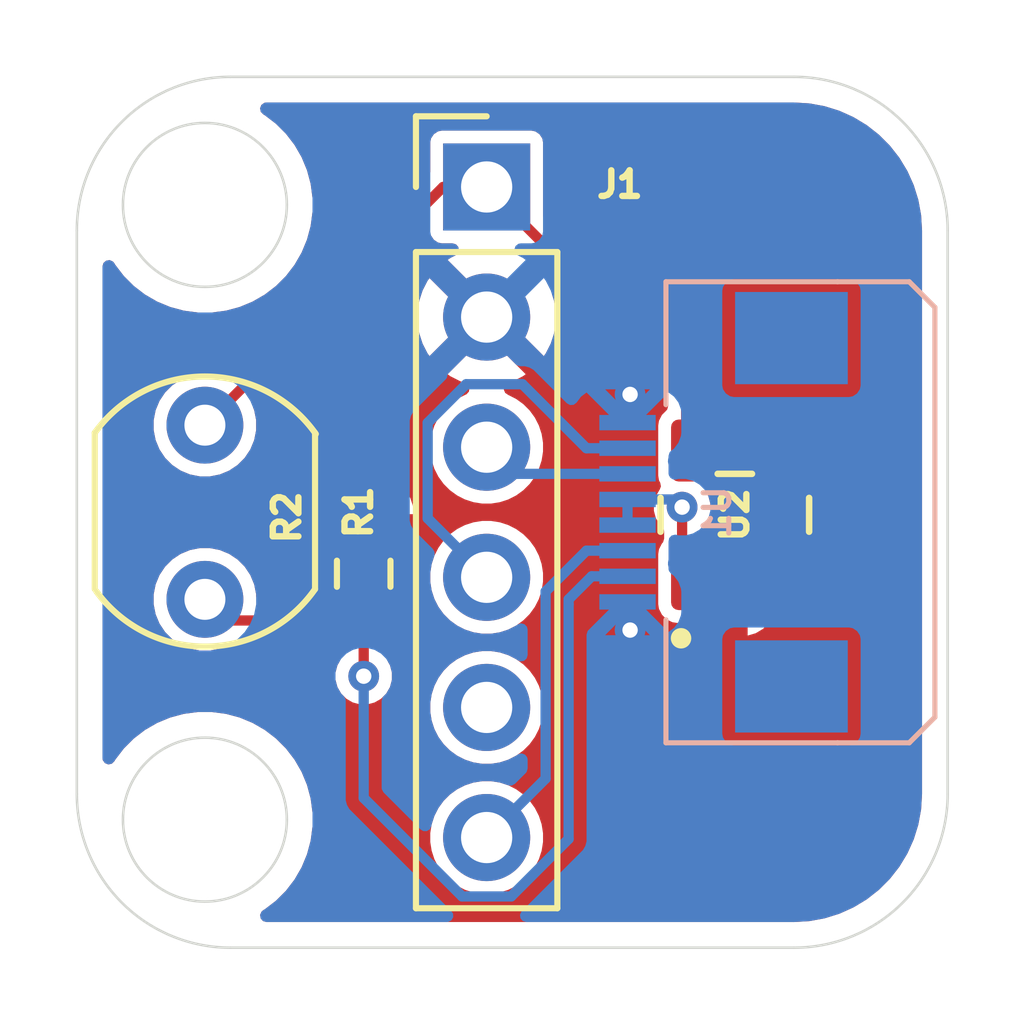
<source format=kicad_pcb>
(kicad_pcb (version 20241229) (generator "pcbnew") (generator_version "9.0")
  (layers (0 "F.Cu" signal) (2 "B.Cu" signal) (13 "F.Paste" user) (15 "B.Paste" user) (5 "F.SilkS" user "F.Silkscreen") (7 "B.SilkS" user "B.Silkscreen") (1 "F.Mask" user) (3 "B.Mask" user) (25 "Edge.Cuts" user))
  (net 0 "")
  (net 1 "I2C SDA")
  (net 2 "+3V3")
  (net 3 "I2C SCL")
  (net 4 "GPIO")
  (net 5 "GND")
  (net 7 "Analog")
  (net 8 "+5V")
  (footprint "Resistor_SMD:R_0603_1608Metric_Pad0.98x0.95mm_HandSolder" (layer "F.Cu") (at 43.1 51.2 90)
    (property "Reference" "R2" (at 1.1 -1.5 90) (layer "F.SilkS") (effects (font (size 0.5 0.5))))
    (property "Value" "2Kohm" (hide yes))
    (fp_line (start -0.254724 -0.5225) (end 0.254724 -0.5225) (stroke (width 0.12)) (layer "F.SilkS"))
    (fp_line (start -0.254724 0.5225) (end 0.254724 0.5225) (stroke (width 0.12)) (layer "F.SilkS"))
    (pad "1" smd roundrect (at -0.9125 0 90) (size 0.975 0.95) (layers "F.Cu" "F.Mask" "F.Paste") (net 7 "Analog"))
    (pad "2" smd roundrect (at 0.9125 0 90) (size 0.975 0.95) (layers "F.Cu" "F.Mask" "F.Paste") (net 5 "GND"))
  )
  (footprint "OptoDevice:R_LDR_5.1x4.3mm_P3.4mm_Vertical" (layer "F.Cu") (at 40 48.3 -90)
    (property "Reference" "R1" (at 1.7 -3 90) (layer "F.SilkS") (effects (font (size 0.5 0.5))))
    (property "Value" "R_Photo" (hide yes))
    (fp_line (start 0.15 2.15) (end 3.2 2.15) (stroke (width 0.12)) (layer "F.SilkS"))
    (fp_line (start 0.15 -2.15) (end 3.2 -2.15) (stroke (width 0.12)) (layer "F.SilkS"))
    (fp_arc (start 0.15 2.15) (mid -0.950438 -0.013368) (end 0.171766 -2.165525) (stroke (width 0.12)) (layer "F.SilkS"))
    (fp_arc (start 3.2 -2.15) (mid 4.321403 -0.027338) (end 3.244513 2.118249) (stroke (width 0.12)) (layer "F.SilkS"))
    (pad "1" thru_hole circle (at 0 0 270) (size 1.5 1.5) (drill 0.8) (layers "*.Cu" "*.Mask") (net 2 "+3V3"))
    (pad "2" thru_hole circle (at 3.4 0 270) (size 1.5 1.5) (drill 0.8) (layers "*.Cu" "*.Mask") (net 7 "Analog"))
  )
  (footprint "Connector_PinHeader_2.54mm:PinHeader_1x06_P2.54mm_Vertical" (layer "F.Cu") (at 45.5 43.65)
    (property "Reference" "J1" (at 2.6 -0.05 0) (layer "F.SilkS") (effects (font (size 0.5 0.5))))
    (property "Value" "VL53L0X" (hide yes))
    (fp_line (start -1.38 -1.38) (end 0 -1.38) (stroke (width 0.12)) (layer "F.SilkS"))
    (fp_line (start -1.38 0) (end -1.38 -1.38) (stroke (width 0.12)) (layer "F.SilkS"))
    (fp_line (start -1.38 1.27) (end -1.38 14.08) (stroke (width 0.12)) (layer "F.SilkS"))
    (fp_line (start -1.38 1.27) (end 1.38 1.27) (stroke (width 0.12)) (layer "F.SilkS"))
    (fp_line (start -1.38 14.08) (end 1.38 14.08) (stroke (width 0.12)) (layer "F.SilkS"))
    (fp_line (start 1.38 1.27) (end 1.38 14.08) (stroke (width 0.12)) (layer "F.SilkS"))
    (pad "1" thru_hole rect (at 0 0) (size 1.7 1.7) (drill 1) (layers "*.Cu" "*.Mask") (net 2 "+3V3"))
    (pad "2" thru_hole circle (at 0 2.54) (size 1.7 1.7) (drill 1) (layers "*.Cu" "*.Mask") (net 5 "GND"))
    (pad "3" thru_hole circle (at 0 5.08) (size 1.7 1.7) (drill 1) (layers "*.Cu" "*.Mask") (net 3 "I2C SCL"))
    (pad "4" thru_hole circle (at 0 7.62) (size 1.7 1.7) (drill 1) (layers "*.Cu" "*.Mask") (net 1 "I2C SDA"))
    (pad "5" thru_hole circle (at 0 10.16) (size 1.7 1.7) (drill 1) (layers "*.Cu" "*.Mask"))
    (pad "6" thru_hole circle (at 0 12.7) (size 1.7 1.7) (drill 1) (layers "*.Cu" "*.Mask") (net 4 "GPIO"))
  )
  (footprint "TLV 3V3 Regulator:SOT95P280X145-5N" (layer "F.Cu") (at 50.345 50.05 90)
    (property "Reference" "U2" (at 0 0 90) (layer "F.SilkS") (effects (font (size 0.5 0.5))))
    (property "Value" "TLV74133PDBVR" (hide yes))
    (fp_line (start -0.33 -1.45) (end 0.33 -1.45) (stroke (width 0.127)) (layer "F.SilkS"))
    (fp_line (start 0.8 -0.335) (end 0.8 0.335) (stroke (width 0.127)) (layer "F.SilkS"))
    (fp_line (start 0.33 1.45) (end -0.33 1.45) (stroke (width 0.127)) (layer "F.SilkS"))
    (fp_circle (center -2.41 -1.05) (end -2.31 -1.05) (stroke (width 0.2)) (fill no) (layer "F.SilkS"))
    (pad "1" smd roundrect (at -1.255 -0.95 90) (size 1.21 0.59) (layers "F.Cu" "F.Mask" "F.Paste") (net 8 "+5V"))
    (pad "2" smd roundrect (at -1.255 0 90) (size 1.21 0.59) (layers "F.Cu" "F.Mask" "F.Paste") (net 5 "GND"))
    (pad "3" smd roundrect (at -1.255 0.95 90) (size 1.21 0.59) (layers "F.Cu" "F.Mask" "F.Paste") (net 8 "+5V"))
    (pad "4" smd roundrect (at 1.255 0.95 90) (size 1.21 0.59) (layers "F.Cu" "F.Mask" "F.Paste"))
    (pad "5" smd roundrect (at 1.255 -0.95 90) (size 1.21 0.59) (layers "F.Cu" "F.Mask" "F.Paste") (net 2 "+3V3"))
  )
  (footprint "FFC:FFC 0.8mm 8P" (layer "B.Cu") (at 48.9 50 -90)
    (property "Reference" "U1" (at 0 -1.1 90) (layer "B.SilkS") (effects (font (size 0.5 0.5) (thickness 0.1)) (justify mirror)))
    (property "Value" "~" (hide yes))
    (fp_line (start -4.5 -0.1) (end -2.1 -0.1) (stroke (width 0.1)) (layer "B.SilkS"))
    (fp_line (start 2.1 -0.1) (end 4.5 -0.1) (stroke (width 0.1)) (layer "B.SilkS"))
    (fp_line (start 4.5 -0.1) (end 4.5 -3.45) (stroke (width 0.1)) (layer "B.SilkS"))
    (fp_line (start -4.5 -3.45) (end -4.5 -0.1) (stroke (width 0.1)) (layer "B.SilkS"))
    (fp_line (start -4.5 -4.849999) (end -4.5 -3.45) (stroke (width 0.1)) (layer "B.SilkS"))
    (fp_line (start 4.5 -4.849999) (end 4.5 -3.45) (stroke (width 0.1)) (layer "B.SilkS"))
    (fp_line (start -4 -5.35) (end -4.5 -4.849999) (stroke (width 0.1)) (layer "B.SilkS"))
    (fp_line (start -4 -5.35) (end 4 -5.35) (stroke (width 0.1)) (layer "B.SilkS"))
    (fp_line (start 4 -5.35) (end 4.5 -4.849999) (stroke (width 0.1)) (layer "B.SilkS"))
    (pad "" smd rect (at -3.4 -2.55 270) (size 1.8 2.2) (layers "B.Cu" "B.Mask" "B.Paste"))
    (pad "" smd rect (at 3.4 -2.55 270) (size 1.8 2.2) (layers "B.Cu" "B.Mask" "B.Paste"))
    (pad "1" smd rect (at -1.75 0.65 270) (size 0.3 1.1) (layers "B.Cu" "B.Mask" "B.Paste") (net 5 "GND"))
    (pad "2" smd rect (at -1.25 0.65 270) (size 0.3 1.1) (layers "B.Cu" "B.Mask" "B.Paste") (net 1 "I2C SDA"))
    (pad "3" smd rect (at -0.75 0.649999 270) (size 0.3 1.1) (layers "B.Cu" "B.Mask" "B.Paste") (net 3 "I2C SCL"))
    (pad "4" smd rect (at -0.25 0.65 270) (size 0.3 1.1) (layers "B.Cu" "B.Mask" "B.Paste") (net 8 "+5V"))
    (pad "5" smd rect (at 0.25 0.65 270) (size 0.3 1.1) (layers "B.Cu" "B.Mask" "B.Paste") (net 8 "+5V"))
    (pad "6" smd rect (at 0.750001 0.65 270) (size 0.3 1.1) (layers "B.Cu" "B.Mask" "B.Paste") (net 4 "GPIO"))
    (pad "7" smd rect (at 1.25 0.65 270) (size 0.3 1.1) (layers "B.Cu" "B.Mask" "B.Paste") (net 7 "Analog"))
    (pad "8" smd rect (at 1.749999 0.65 270) (size 0.3 1.1) (layers "B.Cu" "B.Mask" "B.Paste") (net 5 "GND"))
  )
  (gr_arc (start 37.5 44.5) (mid 38.37868 42.37868) (end 40.5 41.5) (stroke (width 0.05)) (layer "Edge.Cuts"))
  (gr_line (start 51.5 58.5) (end 40.5 58.5) (stroke (width 0.05)) (layer "Edge.Cuts"))
  (gr_line (start 40.5 41.5) (end 51.5 41.5) (stroke (width 0.05)) (layer "Edge.Cuts"))
  (gr_arc (start 40.5 58.5) (mid 38.37868 57.62132) (end 37.5 55.5) (stroke (width 0.05)) (layer "Edge.Cuts"))
  (gr_circle (center 40 44) (end 40 42.4) (stroke (width 0.05)) (fill no) (layer "Edge.Cuts"))
  (gr_circle (center 40 56) (end 40 54.4) (stroke (width 0.05)) (fill no) (layer "Edge.Cuts"))
  (gr_arc (start 54.5 55.5) (mid 53.62132 57.62132) (end 51.5 58.5) (stroke (width 0.05)) (layer "Edge.Cuts"))
  (gr_line (start 54.5 44.5) (end 54.5 55.5) (stroke (width 0.05)) (layer "Edge.Cuts"))
  (gr_line (start 37.5 55.5) (end 37.5 44.5) (stroke (width 0.05)) (layer "Edge.Cuts"))
  (gr_arc (start 51.5 41.5) (mid 53.62132 42.37868) (end 54.5 44.5) (stroke (width 0.05)) (layer "Edge.Cuts"))
  (segment (start 44.349 50.119) (end 44.349 48.25324) (width 0.2) (layer "B.Cu") (net 1))
  (segment (start 46.198 47.5) (end 47.448 48.75) (width 0.2) (layer "B.Cu") (net 1))
  (segment (start 44.349 48.25324) (end 45.10224 47.5) (width 0.2) (layer "B.Cu") (net 1))
  (segment (start 45.10224 47.5) (end 46.198 47.5) (width 0.2) (layer "B.Cu") (net 1))
  (segment (start 47.448 48.75) (end 48.25 48.75) (width 0.2) (layer "B.Cu") (net 1))
  (segment (start 45.5 51.27) (end 44.349 50.119) (width 0.2) (layer "B.Cu") (net 1))
  (segment (start 49.395 48.795) (end 49.395 47.545) (width 0.2) (layer "F.Cu") (net 2))
  (segment (start 44.65 43.65) (end 45.5 43.65) (width 0.2) (layer "F.Cu") (net 2))
  (segment (start 49.395 47.545) (end 45.5 43.65) (width 0.2) (layer "F.Cu") (net 2))
  (segment (start 40 48.3) (end 44.65 43.65) (width 0.2) (layer "F.Cu") (net 2))
  (segment (start 46.02 49.25) (end 45.5 48.73) (width 0.2) (layer "B.Cu") (net 3))
  (segment (start 48.250001 49.25) (end 46.02 49.25) (width 0.2) (layer "B.Cu") (net 3))
  (segment (start 46.651 55.199) (end 45.5 56.35) (width 0.2) (layer "B.Cu") (net 4))
  (segment (start 46.651 51.547) (end 46.651 55.199) (width 0.2) (layer "B.Cu") (net 4))
  (segment (start 47.447999 50.750001) (end 46.651 51.547) (width 0.2) (layer "B.Cu") (net 4))
  (segment (start 48.25 50.750001) (end 47.447999 50.750001) (width 0.2) (layer "B.Cu") (net 4))
  (via (at 48.3 52.3) (size 0.6) (drill 0.3) (layers "F.Cu" "B.Cu") (net 5))
  (via (at 48.3 47.7) (size 0.6) (drill 0.3) (layers "F.Cu" "B.Cu") (net 5))
  (segment (start 48.25 48.25) (end 48.25 47.75) (width 0.2) (layer "B.Cu") (net 5))
  (segment (start 48.25 51.749999) (end 48.25 52.25) (width 0.2) (layer "B.Cu") (net 5))
  (segment (start 48.25 47.75) (end 48.3 47.7) (width 0.2) (layer "B.Cu") (net 5))
  (segment (start 48.25 52.25) (end 48.3 52.3) (width 0.2) (layer "B.Cu") (net 5))
  (segment (start 43.1 52.1125) (end 40.4125 52.1125) (width 0.2) (layer "F.Cu") (net 7))
  (segment (start 40.4125 52.1125) (end 40 51.7) (width 0.2) (layer "F.Cu") (net 7))
  (segment (start 43.1 53.2) (end 43.1 52.1125) (width 0.2) (layer "F.Cu") (net 7))
  (via (at 43.1 53.2) (size 0.6) (drill 0.3) (layers "F.Cu" "B.Cu") (net 7))
  (segment (start 47.1 51.7) (end 47.1 51.8) (width 0.2) (layer "B.Cu") (net 7))
  (segment (start 47.1 56.37776) (end 45.97776 57.5) (width 0.2) (layer "B.Cu") (net 7))
  (segment (start 47.55 51.25) (end 47.1 51.7) (width 0.2) (layer "B.Cu") (net 7))
  (segment (start 43.1 55.57776) (end 43.1 53.2) (width 0.2) (layer "B.Cu") (net 7))
  (segment (start 45.97776 57.5) (end 45.02224 57.5) (width 0.2) (layer "B.Cu") (net 7))
  (segment (start 48.25 51.25) (end 47.55 51.25) (width 0.2) (layer "B.Cu") (net 7))
  (segment (start 47.1 51.8) (end 47.1 56.37776) (width 0.2) (layer "B.Cu") (net 7))
  (segment (start 45.02224 57.5) (end 43.1 55.57776) (width 0.2) (layer "B.Cu") (net 7))
  (segment (start 49.395 51.005) (end 50.001 50.399) (width 0.2) (layer "F.Cu") (net 8))
  (segment (start 50.001 50.399) (end 50.682362 50.399) (width 0.2) (layer "F.Cu") (net 8))
  (segment (start 49.315605 51.225605) (end 49.395 51.305) (width 0.2) (layer "F.Cu") (net 8))
  (segment (start 51.295 51.011638) (end 51.295 51.305) (width 0.2) (layer "F.Cu") (net 8))
  (segment (start 49.315605 49.9) (end 49.315605 51.225605) (width 0.2) (layer "F.Cu") (net 8))
  (segment (start 50.682362 50.399) (end 51.295 51.011638) (width 0.2) (layer "F.Cu") (net 8))
  (segment (start 49.395 51.305) (end 49.395 51.005) (width 0.2) (layer "F.Cu") (net 8))
  (via (at 49.315605 49.9) (size 0.6) (drill 0.3) (layers "F.Cu" "B.Cu") (net 8))
  (segment (start 48.25 50.25) (end 48.25 49.75) (width 0.2) (layer "B.Cu") (net 8))
  (segment (start 49.165605 49.75) (end 49.315605 49.9) (width 0.2) (layer "B.Cu") (net 8))
  (segment (start 48.25 49.75) (end 49.165605 49.75) (width 0.2) (layer "B.Cu") (net 8))
  (zone (net 5) (net_name "GND") (layers "F.Cu" "B.Cu") (connect_pads (clearance 0.25)) (min_thickness 0.25) (fill yes (thermal_gap 0.5) (thermal_bridge_width 0.5))
    (polygon (pts (xy 36 40) (xy 56 40) (xy 56 60) (xy 36 60)))
  )
)
</source>
